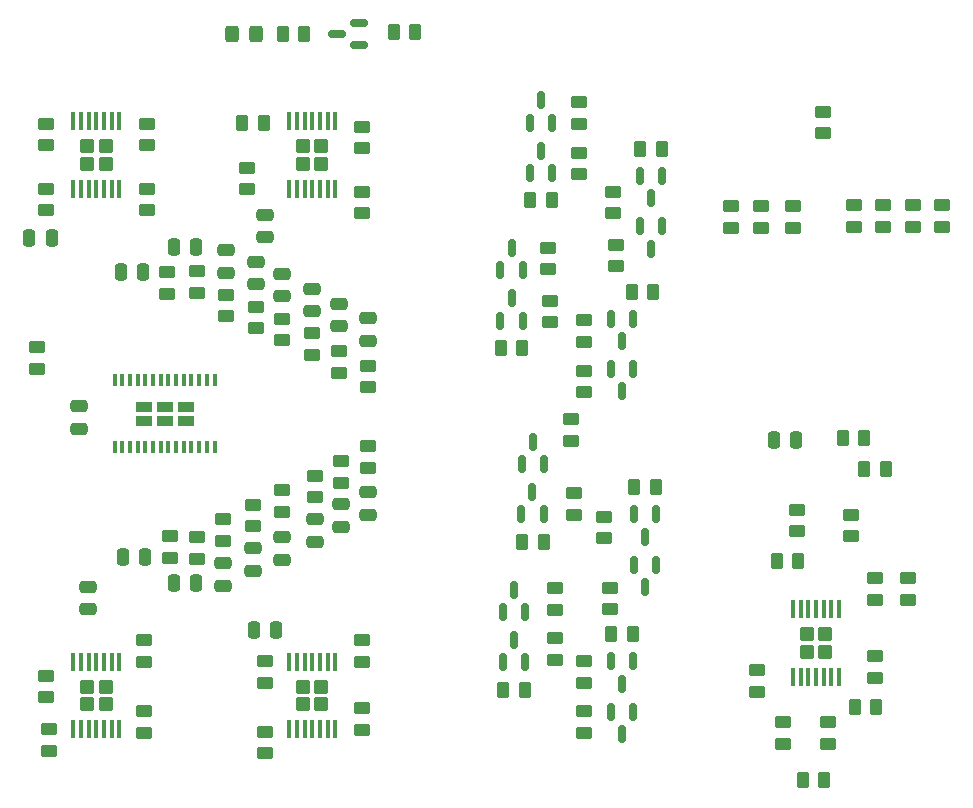
<source format=gbr>
%TF.GenerationSoftware,KiCad,Pcbnew,7.0.8-7.0.8~ubuntu20.04.1*%
%TF.CreationDate,2023-11-06T15:40:33+00:00*%
%TF.ProjectId,one-synapse-electronic,6f6e652d-7379-46e6-9170-73652d656c65,rev?*%
%TF.SameCoordinates,Original*%
%TF.FileFunction,Paste,Top*%
%TF.FilePolarity,Positive*%
%FSLAX46Y46*%
G04 Gerber Fmt 4.6, Leading zero omitted, Abs format (unit mm)*
G04 Created by KiCad (PCBNEW 7.0.8-7.0.8~ubuntu20.04.1) date 2023-11-06 15:40:33*
%MOMM*%
%LPD*%
G01*
G04 APERTURE LIST*
G04 Aperture macros list*
%AMRoundRect*
0 Rectangle with rounded corners*
0 $1 Rounding radius*
0 $2 $3 $4 $5 $6 $7 $8 $9 X,Y pos of 4 corners*
0 Add a 4 corners polygon primitive as box body*
4,1,4,$2,$3,$4,$5,$6,$7,$8,$9,$2,$3,0*
0 Add four circle primitives for the rounded corners*
1,1,$1+$1,$2,$3*
1,1,$1+$1,$4,$5*
1,1,$1+$1,$6,$7*
1,1,$1+$1,$8,$9*
0 Add four rect primitives between the rounded corners*
20,1,$1+$1,$2,$3,$4,$5,0*
20,1,$1+$1,$4,$5,$6,$7,0*
20,1,$1+$1,$6,$7,$8,$9,0*
20,1,$1+$1,$8,$9,$2,$3,0*%
G04 Aperture macros list end*
%ADD10R,1.400000X0.900000*%
%ADD11R,0.400000X1.100000*%
%ADD12RoundRect,0.250000X-0.450000X0.262500X-0.450000X-0.262500X0.450000X-0.262500X0.450000X0.262500X0*%
%ADD13RoundRect,0.150000X0.150000X-0.587500X0.150000X0.587500X-0.150000X0.587500X-0.150000X-0.587500X0*%
%ADD14RoundRect,0.250000X-0.475000X0.250000X-0.475000X-0.250000X0.475000X-0.250000X0.475000X0.250000X0*%
%ADD15RoundRect,0.250000X0.450000X-0.262500X0.450000X0.262500X-0.450000X0.262500X-0.450000X-0.262500X0*%
%ADD16RoundRect,0.150000X-0.150000X0.587500X-0.150000X-0.587500X0.150000X-0.587500X0.150000X0.587500X0*%
%ADD17RoundRect,0.250000X-0.262500X-0.450000X0.262500X-0.450000X0.262500X0.450000X-0.262500X0.450000X0*%
%ADD18RoundRect,0.250000X-0.250000X-0.475000X0.250000X-0.475000X0.250000X0.475000X-0.250000X0.475000X0*%
%ADD19RoundRect,0.250000X0.475000X-0.250000X0.475000X0.250000X-0.475000X0.250000X-0.475000X-0.250000X0*%
%ADD20RoundRect,0.250000X0.262500X0.450000X-0.262500X0.450000X-0.262500X-0.450000X0.262500X-0.450000X0*%
%ADD21RoundRect,0.150000X0.587500X0.150000X-0.587500X0.150000X-0.587500X-0.150000X0.587500X-0.150000X0*%
%ADD22RoundRect,0.250000X0.325000X0.450000X-0.325000X0.450000X-0.325000X-0.450000X0.325000X-0.450000X0*%
%ADD23RoundRect,0.250001X-0.374999X0.354999X-0.374999X-0.354999X0.374999X-0.354999X0.374999X0.354999X0*%
%ADD24RoundRect,0.100000X-0.100000X0.687500X-0.100000X-0.687500X0.100000X-0.687500X0.100000X0.687500X0*%
%ADD25RoundRect,0.250000X0.250000X0.475000X-0.250000X0.475000X-0.250000X-0.475000X0.250000X-0.475000X0*%
%ADD26RoundRect,0.250001X0.374999X-0.354999X0.374999X0.354999X-0.374999X0.354999X-0.374999X-0.354999X0*%
%ADD27RoundRect,0.100000X0.100000X-0.687500X0.100000X0.687500X-0.100000X0.687500X-0.100000X-0.687500X0*%
G04 APERTURE END LIST*
D10*
%TO.C,U1*%
X72495000Y-149750000D03*
X74275000Y-149750000D03*
X76055000Y-149750000D03*
X72495000Y-148550000D03*
X74275000Y-148550000D03*
X76055000Y-148550000D03*
D11*
X70050000Y-152000000D03*
X70700000Y-152000000D03*
X71350000Y-152000000D03*
X72000000Y-152000000D03*
X72650000Y-152000000D03*
X73300000Y-152000000D03*
X73950000Y-152000000D03*
X74600000Y-152000000D03*
X75250000Y-152000000D03*
X75900000Y-152000000D03*
X76550000Y-152000000D03*
X77200000Y-152000000D03*
X77850000Y-152000000D03*
X78500000Y-152000000D03*
X78500000Y-146300000D03*
X77850000Y-146300000D03*
X77200000Y-146300000D03*
X76550000Y-146300000D03*
X75900000Y-146300000D03*
X75250000Y-146300000D03*
X74600000Y-146300000D03*
X73950000Y-146300000D03*
X73300000Y-146300000D03*
X72650000Y-146300000D03*
X72000000Y-146300000D03*
X71350000Y-146300000D03*
X70700000Y-146300000D03*
X70050000Y-146300000D03*
%TD*%
D12*
%TO.C,R10*%
X91500000Y-145087500D03*
X91500000Y-146912500D03*
%TD*%
D13*
%TO.C,Q21*%
X102712500Y-137012500D03*
X104612500Y-137012500D03*
X103662500Y-135137500D03*
%TD*%
D12*
%TO.C,R23*%
X137600000Y-131500000D03*
X137600000Y-133325000D03*
%TD*%
D14*
%TO.C,C20*%
X67750000Y-163800000D03*
X67750000Y-165700000D03*
%TD*%
D15*
%TO.C,R44*%
X91000000Y-126662500D03*
X91000000Y-124837500D03*
%TD*%
%TO.C,R47*%
X72750000Y-131912500D03*
X72750000Y-130087500D03*
%TD*%
D14*
%TO.C,C13*%
X84250000Y-137300000D03*
X84250000Y-139200000D03*
%TD*%
D16*
%TO.C,Q25*%
X113950000Y-174375000D03*
X112050000Y-174375000D03*
X113000000Y-176250000D03*
%TD*%
D12*
%TO.C,R69*%
X127800000Y-157287500D03*
X127800000Y-159112500D03*
%TD*%
D17*
%TO.C,R67*%
X133487500Y-153800000D03*
X135312500Y-153800000D03*
%TD*%
D18*
%TO.C,C2*%
X70750000Y-161250000D03*
X72650000Y-161250000D03*
%TD*%
D12*
%TO.C,R14*%
X82000000Y-140087500D03*
X82000000Y-141912500D03*
%TD*%
%TO.C,R34*%
X72500000Y-168337500D03*
X72500000Y-170162500D03*
%TD*%
D14*
%TO.C,C11*%
X89000000Y-139850000D03*
X89000000Y-141750000D03*
%TD*%
D12*
%TO.C,R75*%
X134400000Y-169687500D03*
X134400000Y-171512500D03*
%TD*%
%TO.C,R42*%
X81250000Y-128337500D03*
X81250000Y-130162500D03*
%TD*%
D18*
%TO.C,C3*%
X75050000Y-163500000D03*
X76950000Y-163500000D03*
%TD*%
D17*
%TO.C,R80*%
X84287500Y-117000000D03*
X86112500Y-117000000D03*
%TD*%
D13*
%TO.C,Q22*%
X102712500Y-141262500D03*
X104612500Y-141262500D03*
X103662500Y-139387500D03*
%TD*%
D16*
%TO.C,Q24*%
X116417500Y-129045000D03*
X114517500Y-129045000D03*
X115467500Y-130920000D03*
%TD*%
D15*
%TO.C,R7*%
X87000000Y-156212500D03*
X87000000Y-154387500D03*
%TD*%
%TO.C,R40*%
X82750000Y-177912500D03*
X82750000Y-176087500D03*
%TD*%
D19*
%TO.C,C7*%
X87000000Y-160000000D03*
X87000000Y-158100000D03*
%TD*%
D12*
%TO.C,R37*%
X72500000Y-174337500D03*
X72500000Y-176162500D03*
%TD*%
D16*
%TO.C,Q27*%
X113950000Y-170125000D03*
X112050000Y-170125000D03*
X113000000Y-172000000D03*
%TD*%
D15*
%TO.C,R73*%
X134400000Y-164912500D03*
X134400000Y-163087500D03*
%TD*%
D13*
%TO.C,Q29*%
X102887500Y-165937500D03*
X104787500Y-165937500D03*
X103837500Y-164062500D03*
%TD*%
D14*
%TO.C,C15*%
X79500000Y-135300000D03*
X79500000Y-137200000D03*
%TD*%
D15*
%TO.C,R4*%
X79250000Y-159912500D03*
X79250000Y-158087500D03*
%TD*%
D19*
%TO.C,C9*%
X91500000Y-157700000D03*
X91500000Y-155800000D03*
%TD*%
%TO.C,C4*%
X79250000Y-163700000D03*
X79250000Y-161800000D03*
%TD*%
D13*
%TO.C,Q26*%
X104506250Y-153418750D03*
X106406250Y-153418750D03*
X105456250Y-151543750D03*
%TD*%
D18*
%TO.C,C16*%
X75050000Y-135000000D03*
X76950000Y-135000000D03*
%TD*%
D15*
%TO.C,R64*%
X107337500Y-165725000D03*
X107337500Y-163900000D03*
%TD*%
D17*
%TO.C,R79*%
X93687500Y-116800000D03*
X95512500Y-116800000D03*
%TD*%
D12*
%TO.C,R21*%
X132600000Y-131500000D03*
X132600000Y-133325000D03*
%TD*%
D15*
%TO.C,R49*%
X64250000Y-126412500D03*
X64250000Y-124587500D03*
%TD*%
D19*
%TO.C,C6*%
X84250000Y-161500000D03*
X84250000Y-159600000D03*
%TD*%
D12*
%TO.C,R18*%
X124750000Y-131587500D03*
X124750000Y-133412500D03*
%TD*%
D15*
%TO.C,R20*%
X130000000Y-125412500D03*
X130000000Y-123587500D03*
%TD*%
%TO.C,R53*%
X109380000Y-128870000D03*
X109380000Y-127045000D03*
%TD*%
D20*
%TO.C,R26*%
X106368750Y-159981250D03*
X104543750Y-159981250D03*
%TD*%
D15*
%TO.C,R57*%
X108956250Y-157706250D03*
X108956250Y-155881250D03*
%TD*%
%TO.C,R48*%
X72750000Y-126412500D03*
X72750000Y-124587500D03*
%TD*%
D13*
%TO.C,Q28*%
X104456250Y-157668750D03*
X106356250Y-157668750D03*
X105406250Y-155793750D03*
%TD*%
D12*
%TO.C,R55*%
X109750000Y-170087500D03*
X109750000Y-171912500D03*
%TD*%
D16*
%TO.C,Q17*%
X113950000Y-145375000D03*
X112050000Y-145375000D03*
X113000000Y-147250000D03*
%TD*%
D15*
%TO.C,R77*%
X137200000Y-164912500D03*
X137200000Y-163087500D03*
%TD*%
D14*
%TO.C,C10*%
X91500000Y-141050000D03*
X91500000Y-142950000D03*
%TD*%
D16*
%TO.C,Q32*%
X115906250Y-157668750D03*
X114006250Y-157668750D03*
X114956250Y-159543750D03*
%TD*%
D18*
%TO.C,C18*%
X62800000Y-134250000D03*
X64700000Y-134250000D03*
%TD*%
D12*
%TO.C,R72*%
X126600000Y-175287500D03*
X126600000Y-177112500D03*
%TD*%
D15*
%TO.C,R52*%
X106912500Y-141387500D03*
X106912500Y-139562500D03*
%TD*%
D17*
%TO.C,R25*%
X114043750Y-155356250D03*
X115868750Y-155356250D03*
%TD*%
D15*
%TO.C,R9*%
X91500000Y-153712500D03*
X91500000Y-151887500D03*
%TD*%
D13*
%TO.C,Q31*%
X102887500Y-170187500D03*
X104787500Y-170187500D03*
X103837500Y-168312500D03*
%TD*%
D16*
%TO.C,Q30*%
X115906250Y-161918750D03*
X114006250Y-161918750D03*
X114956250Y-163793750D03*
%TD*%
D12*
%TO.C,R15*%
X79500000Y-139087500D03*
X79500000Y-140912500D03*
%TD*%
D15*
%TO.C,R8*%
X89250000Y-155000000D03*
X89250000Y-153175000D03*
%TD*%
%TO.C,R61*%
X109380000Y-124620000D03*
X109380000Y-122795000D03*
%TD*%
D17*
%TO.C,R29*%
X114555000Y-126732500D03*
X116380000Y-126732500D03*
%TD*%
D21*
%TO.C,Q1*%
X90737500Y-117950000D03*
X90737500Y-116050000D03*
X88862500Y-117000000D03*
%TD*%
D15*
%TO.C,R39*%
X82750000Y-171912500D03*
X82750000Y-170087500D03*
%TD*%
%TO.C,R35*%
X64250000Y-173162500D03*
X64250000Y-171337500D03*
%TD*%
D12*
%TO.C,R38*%
X91000000Y-168337500D03*
X91000000Y-170162500D03*
%TD*%
%TO.C,R59*%
X109750000Y-145500000D03*
X109750000Y-147325000D03*
%TD*%
%TO.C,R19*%
X127500000Y-131587500D03*
X127500000Y-133412500D03*
%TD*%
D17*
%TO.C,R74*%
X128287500Y-180200000D03*
X130112500Y-180200000D03*
%TD*%
D12*
%TO.C,R16*%
X77000000Y-137087500D03*
X77000000Y-138912500D03*
%TD*%
D20*
%TO.C,R27*%
X104750000Y-172500000D03*
X102925000Y-172500000D03*
%TD*%
%TO.C,R31*%
X104575000Y-143575000D03*
X102750000Y-143575000D03*
%TD*%
D18*
%TO.C,C17*%
X70550000Y-137150000D03*
X72450000Y-137150000D03*
%TD*%
D17*
%TO.C,R28*%
X112087500Y-167812500D03*
X113912500Y-167812500D03*
%TD*%
D12*
%TO.C,R63*%
X109750000Y-174337500D03*
X109750000Y-176162500D03*
%TD*%
D15*
%TO.C,R36*%
X64500000Y-177662500D03*
X64500000Y-175837500D03*
%TD*%
%TO.C,R60*%
X106750000Y-136912500D03*
X106750000Y-135087500D03*
%TD*%
D14*
%TO.C,C12*%
X86750000Y-138550000D03*
X86750000Y-140450000D03*
%TD*%
D17*
%TO.C,R78*%
X132687500Y-174000000D03*
X134512500Y-174000000D03*
%TD*%
D22*
%TO.C,D1*%
X82025000Y-117000000D03*
X79975000Y-117000000D03*
%TD*%
D12*
%TO.C,R33*%
X74500000Y-137175000D03*
X74500000Y-139000000D03*
%TD*%
%TO.C,R12*%
X86750000Y-142337500D03*
X86750000Y-144162500D03*
%TD*%
D15*
%TO.C,R56*%
X107337500Y-169975000D03*
X107337500Y-168150000D03*
%TD*%
%TO.C,R3*%
X77000000Y-161412500D03*
X77000000Y-159587500D03*
%TD*%
D20*
%TO.C,R30*%
X107042500Y-131057500D03*
X105217500Y-131057500D03*
%TD*%
D23*
%TO.C,U2*%
X69275000Y-172250000D03*
X67725000Y-172250000D03*
X69275000Y-173750000D03*
X67725000Y-173750000D03*
D24*
X70450000Y-170137500D03*
X69800000Y-170137500D03*
X69150000Y-170137500D03*
X68500000Y-170137500D03*
X67850000Y-170137500D03*
X67200000Y-170137500D03*
X66550000Y-170137500D03*
X66550000Y-175862500D03*
X67200000Y-175862500D03*
X67850000Y-175862500D03*
X68500000Y-175862500D03*
X69150000Y-175862500D03*
X69800000Y-175862500D03*
X70450000Y-175862500D03*
%TD*%
D12*
%TO.C,R22*%
X135100000Y-131500000D03*
X135100000Y-133325000D03*
%TD*%
D23*
%TO.C,U6*%
X130200000Y-167800000D03*
X128650000Y-167800000D03*
X130200000Y-169300000D03*
X128650000Y-169300000D03*
D24*
X131375000Y-165687500D03*
X130725000Y-165687500D03*
X130075000Y-165687500D03*
X129425000Y-165687500D03*
X128775000Y-165687500D03*
X128125000Y-165687500D03*
X127475000Y-165687500D03*
X127475000Y-171412500D03*
X128125000Y-171412500D03*
X128775000Y-171412500D03*
X129425000Y-171412500D03*
X130075000Y-171412500D03*
X130725000Y-171412500D03*
X131375000Y-171412500D03*
%TD*%
D18*
%TO.C,C21*%
X81800000Y-167500000D03*
X83700000Y-167500000D03*
%TD*%
D13*
%TO.C,Q18*%
X105180000Y-124495000D03*
X107080000Y-124495000D03*
X106130000Y-122620000D03*
%TD*%
D17*
%TO.C,R45*%
X80837500Y-124500000D03*
X82662500Y-124500000D03*
%TD*%
D25*
%TO.C,C22*%
X127750000Y-151400000D03*
X125850000Y-151400000D03*
%TD*%
D15*
%TO.C,R1*%
X63500000Y-145325000D03*
X63500000Y-143500000D03*
%TD*%
D12*
%TO.C,R41*%
X91000000Y-174087500D03*
X91000000Y-175912500D03*
%TD*%
%TO.C,R71*%
X124400000Y-170887500D03*
X124400000Y-172712500D03*
%TD*%
%TO.C,R58*%
X111456250Y-157881250D03*
X111456250Y-159706250D03*
%TD*%
D15*
%TO.C,R62*%
X112500000Y-136662500D03*
X112500000Y-134837500D03*
%TD*%
%TO.C,R46*%
X64250000Y-131912500D03*
X64250000Y-130087500D03*
%TD*%
%TO.C,R54*%
X112217500Y-132162500D03*
X112217500Y-130337500D03*
%TD*%
D12*
%TO.C,R76*%
X130400000Y-175287500D03*
X130400000Y-177112500D03*
%TD*%
D16*
%TO.C,Q23*%
X116417500Y-133295000D03*
X114517500Y-133295000D03*
X115467500Y-135170000D03*
%TD*%
D15*
%TO.C,R5*%
X81750000Y-158662500D03*
X81750000Y-156837500D03*
%TD*%
D19*
%TO.C,C1*%
X67000000Y-150400000D03*
X67000000Y-148500000D03*
%TD*%
%TO.C,C5*%
X81750000Y-162450000D03*
X81750000Y-160550000D03*
%TD*%
D15*
%TO.C,R43*%
X91000000Y-132162500D03*
X91000000Y-130337500D03*
%TD*%
%TO.C,R50*%
X132400000Y-159512500D03*
X132400000Y-157687500D03*
%TD*%
D14*
%TO.C,C14*%
X82000000Y-136300000D03*
X82000000Y-138200000D03*
%TD*%
%TO.C,C19*%
X82750000Y-132300000D03*
X82750000Y-134200000D03*
%TD*%
D23*
%TO.C,U3*%
X87550000Y-172250000D03*
X86000000Y-172250000D03*
X87550000Y-173750000D03*
X86000000Y-173750000D03*
D24*
X88725000Y-170137500D03*
X88075000Y-170137500D03*
X87425000Y-170137500D03*
X86775000Y-170137500D03*
X86125000Y-170137500D03*
X85475000Y-170137500D03*
X84825000Y-170137500D03*
X84825000Y-175862500D03*
X85475000Y-175862500D03*
X86125000Y-175862500D03*
X86775000Y-175862500D03*
X87425000Y-175862500D03*
X88075000Y-175862500D03*
X88725000Y-175862500D03*
%TD*%
D20*
%TO.C,R70*%
X127912500Y-161600000D03*
X126087500Y-161600000D03*
%TD*%
%TO.C,R68*%
X133512500Y-151200000D03*
X131687500Y-151200000D03*
%TD*%
D12*
%TO.C,R51*%
X109750000Y-141250000D03*
X109750000Y-143075000D03*
%TD*%
%TO.C,R17*%
X122250000Y-131587500D03*
X122250000Y-133412500D03*
%TD*%
D20*
%TO.C,R32*%
X115662500Y-138812500D03*
X113837500Y-138812500D03*
%TD*%
D19*
%TO.C,C8*%
X89250000Y-158700000D03*
X89250000Y-156800000D03*
%TD*%
D12*
%TO.C,R24*%
X140100000Y-131500000D03*
X140100000Y-133325000D03*
%TD*%
D15*
%TO.C,R2*%
X74700000Y-161325000D03*
X74700000Y-159500000D03*
%TD*%
%TO.C,R66*%
X111956250Y-165706250D03*
X111956250Y-163881250D03*
%TD*%
D16*
%TO.C,Q19*%
X113950000Y-141125000D03*
X112050000Y-141125000D03*
X113000000Y-143000000D03*
%TD*%
D13*
%TO.C,Q20*%
X105180000Y-128745000D03*
X107080000Y-128745000D03*
X106130000Y-126870000D03*
%TD*%
D12*
%TO.C,R65*%
X108706250Y-149631250D03*
X108706250Y-151456250D03*
%TD*%
%TO.C,R11*%
X89000000Y-143837500D03*
X89000000Y-145662500D03*
%TD*%
D26*
%TO.C,U5*%
X67725000Y-128000000D03*
X69275000Y-128000000D03*
X67725000Y-126500000D03*
X69275000Y-126500000D03*
D27*
X66550000Y-130112500D03*
X67200000Y-130112500D03*
X67850000Y-130112500D03*
X68500000Y-130112500D03*
X69150000Y-130112500D03*
X69800000Y-130112500D03*
X70450000Y-130112500D03*
X70450000Y-124387500D03*
X69800000Y-124387500D03*
X69150000Y-124387500D03*
X68500000Y-124387500D03*
X67850000Y-124387500D03*
X67200000Y-124387500D03*
X66550000Y-124387500D03*
%TD*%
D26*
%TO.C,U4*%
X86000000Y-128000000D03*
X87550000Y-128000000D03*
X86000000Y-126500000D03*
X87550000Y-126500000D03*
D27*
X84825000Y-130112500D03*
X85475000Y-130112500D03*
X86125000Y-130112500D03*
X86775000Y-130112500D03*
X87425000Y-130112500D03*
X88075000Y-130112500D03*
X88725000Y-130112500D03*
X88725000Y-124387500D03*
X88075000Y-124387500D03*
X87425000Y-124387500D03*
X86775000Y-124387500D03*
X86125000Y-124387500D03*
X85475000Y-124387500D03*
X84825000Y-124387500D03*
%TD*%
D15*
%TO.C,R6*%
X84250000Y-157462500D03*
X84250000Y-155637500D03*
%TD*%
D12*
%TO.C,R13*%
X84250000Y-141087500D03*
X84250000Y-142912500D03*
%TD*%
M02*

</source>
